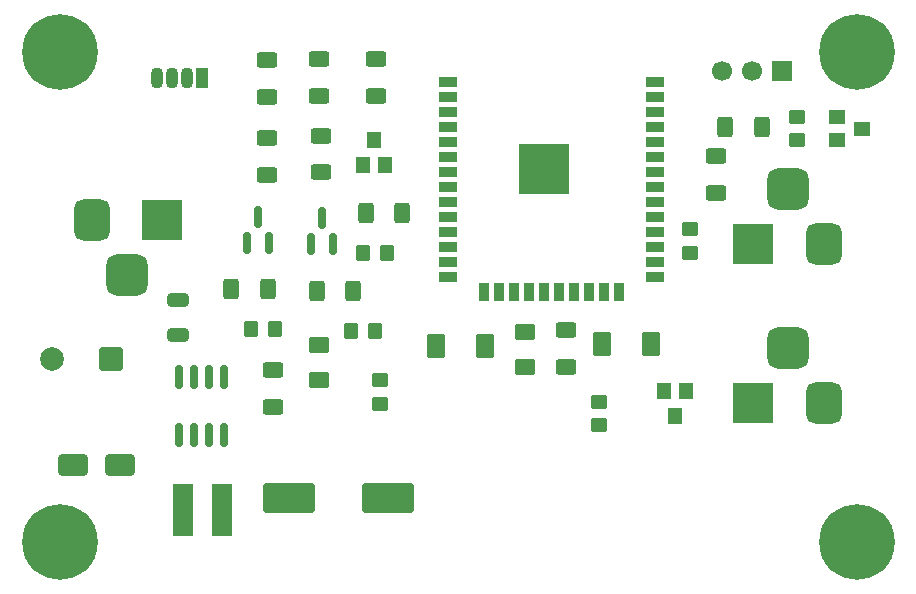
<source format=gbr>
%TF.GenerationSoftware,KiCad,Pcbnew,9.0.2*%
%TF.CreationDate,2025-11-11T23:34:30+02:00*%
%TF.ProjectId,Neon_2x1M_12V,4e656f6e-5f32-4783-914d-5f3132562e6b,REV1_1*%
%TF.SameCoordinates,Original*%
%TF.FileFunction,Soldermask,Top*%
%TF.FilePolarity,Negative*%
%FSLAX46Y46*%
G04 Gerber Fmt 4.6, Leading zero omitted, Abs format (unit mm)*
G04 Created by KiCad (PCBNEW 9.0.2) date 2025-11-11 23:34:30*
%MOMM*%
%LPD*%
G01*
G04 APERTURE LIST*
G04 Aperture macros list*
%AMRoundRect*
0 Rectangle with rounded corners*
0 $1 Rounding radius*
0 $2 $3 $4 $5 $6 $7 $8 $9 X,Y pos of 4 corners*
0 Add a 4 corners polygon primitive as box body*
4,1,4,$2,$3,$4,$5,$6,$7,$8,$9,$2,$3,0*
0 Add four circle primitives for the rounded corners*
1,1,$1+$1,$2,$3*
1,1,$1+$1,$4,$5*
1,1,$1+$1,$6,$7*
1,1,$1+$1,$8,$9*
0 Add four rect primitives between the rounded corners*
20,1,$1+$1,$2,$3,$4,$5,0*
20,1,$1+$1,$4,$5,$6,$7,0*
20,1,$1+$1,$6,$7,$8,$9,0*
20,1,$1+$1,$8,$9,$2,$3,0*%
G04 Aperture macros list end*
%ADD10RoundRect,0.250000X-0.350000X-0.450000X0.350000X-0.450000X0.350000X0.450000X-0.350000X0.450000X0*%
%ADD11RoundRect,0.250000X-0.400000X-0.625000X0.400000X-0.625000X0.400000X0.625000X-0.400000X0.625000X0*%
%ADD12R,1.752600X4.495800*%
%ADD13R,1.700000X1.700000*%
%ADD14C,1.700000*%
%ADD15RoundRect,0.150000X0.150000X-0.750000X0.150000X0.750000X-0.150000X0.750000X-0.150000X-0.750000X0*%
%ADD16RoundRect,0.250000X0.400000X0.625000X-0.400000X0.625000X-0.400000X-0.625000X0.400000X-0.625000X0*%
%ADD17C,0.800000*%
%ADD18C,6.400000*%
%ADD19RoundRect,0.250000X0.625000X-0.400000X0.625000X0.400000X-0.625000X0.400000X-0.625000X-0.400000X0*%
%ADD20RoundRect,0.150000X0.150000X-0.825000X0.150000X0.825000X-0.150000X0.825000X-0.150000X-0.825000X0*%
%ADD21RoundRect,0.250000X-0.650000X0.325000X-0.650000X-0.325000X0.650000X-0.325000X0.650000X0.325000X0*%
%ADD22RoundRect,0.250000X-0.625000X0.400000X-0.625000X-0.400000X0.625000X-0.400000X0.625000X0.400000X0*%
%ADD23RoundRect,0.250000X-1.950000X-1.000000X1.950000X-1.000000X1.950000X1.000000X-1.950000X1.000000X0*%
%ADD24RoundRect,0.250001X-0.624999X0.462499X-0.624999X-0.462499X0.624999X-0.462499X0.624999X0.462499X0*%
%ADD25RoundRect,0.102000X-0.508000X-0.600000X0.508000X-0.600000X0.508000X0.600000X-0.508000X0.600000X0*%
%ADD26R,1.070000X1.800000*%
%ADD27O,1.070000X1.800000*%
%ADD28R,3.500000X3.500000*%
%ADD29RoundRect,0.750000X0.750000X1.000000X-0.750000X1.000000X-0.750000X-1.000000X0.750000X-1.000000X0*%
%ADD30RoundRect,0.875000X0.875000X0.875000X-0.875000X0.875000X-0.875000X-0.875000X0.875000X-0.875000X0*%
%ADD31RoundRect,0.250000X1.000000X0.650000X-1.000000X0.650000X-1.000000X-0.650000X1.000000X-0.650000X0*%
%ADD32RoundRect,0.250000X-0.450000X0.350000X-0.450000X-0.350000X0.450000X-0.350000X0.450000X0.350000X0*%
%ADD33RoundRect,0.250001X0.624999X-0.462499X0.624999X0.462499X-0.624999X0.462499X-0.624999X-0.462499X0*%
%ADD34RoundRect,0.102000X0.508000X0.600000X-0.508000X0.600000X-0.508000X-0.600000X0.508000X-0.600000X0*%
%ADD35RoundRect,0.102000X0.675000X0.900000X-0.675000X0.900000X-0.675000X-0.900000X0.675000X-0.900000X0*%
%ADD36RoundRect,0.750000X-0.750000X-1.000000X0.750000X-1.000000X0.750000X1.000000X-0.750000X1.000000X0*%
%ADD37RoundRect,0.875000X-0.875000X-0.875000X0.875000X-0.875000X0.875000X0.875000X-0.875000X0.875000X0*%
%ADD38RoundRect,0.250000X0.750000X0.750000X-0.750000X0.750000X-0.750000X-0.750000X0.750000X-0.750000X0*%
%ADD39C,2.000000*%
%ADD40RoundRect,0.102000X-0.600000X0.508000X-0.600000X-0.508000X0.600000X-0.508000X0.600000X0.508000X0*%
%ADD41R,1.500000X0.900000*%
%ADD42R,0.900000X1.500000*%
%ADD43C,0.600000*%
%ADD44R,4.200000X4.200000*%
G04 APERTURE END LIST*
D10*
%TO.C,R17*%
X138700000Y-58600000D03*
X140700000Y-58600000D03*
%TD*%
D11*
%TO.C,R12*%
X128550000Y-55100000D03*
X131650000Y-55100000D03*
%TD*%
D12*
%TO.C,L1*%
X124474400Y-73800000D03*
X127725600Y-73800000D03*
%TD*%
D13*
%TO.C,J6*%
X175140000Y-36600000D03*
D14*
X172600000Y-36600000D03*
X170060000Y-36600000D03*
%TD*%
D15*
%TO.C,Q4*%
X135250000Y-51250000D03*
X137150000Y-51250000D03*
X136200000Y-49050000D03*
%TD*%
D16*
%TO.C,R5*%
X173450000Y-41400000D03*
X170350000Y-41400000D03*
%TD*%
D17*
%TO.C,H4*%
X111600000Y-76500000D03*
X112302944Y-74802944D03*
X112302944Y-78197056D03*
X114000000Y-74100000D03*
D18*
X114000000Y-76500000D03*
D17*
X114000000Y-78900000D03*
X115697056Y-74802944D03*
X115697056Y-78197056D03*
X116400000Y-76500000D03*
%TD*%
D19*
%TO.C,R2*%
X169600000Y-46950000D03*
X169600000Y-43850000D03*
%TD*%
D20*
%TO.C,U2*%
X124095000Y-67475000D03*
X125365000Y-67475000D03*
X126635000Y-67475000D03*
X127905000Y-67475000D03*
X127905000Y-62525000D03*
X126635000Y-62525000D03*
X125365000Y-62525000D03*
X124095000Y-62525000D03*
%TD*%
D21*
%TO.C,C1*%
X124000000Y-56025000D03*
X124000000Y-58975000D03*
%TD*%
D22*
%TO.C,R1*%
X132100000Y-61950000D03*
X132100000Y-65050000D03*
%TD*%
D23*
%TO.C,C3*%
X133400000Y-72800000D03*
X141800000Y-72800000D03*
%TD*%
D10*
%TO.C,R16*%
X139700000Y-52000000D03*
X141700000Y-52000000D03*
%TD*%
D24*
%TO.C,D5*%
X153400000Y-58712500D03*
X153400000Y-61687500D03*
%TD*%
D25*
%TO.C,Q3*%
X139650000Y-44610000D03*
X141550000Y-44610000D03*
X140600000Y-42490000D03*
%TD*%
D26*
%TO.C,D11*%
X126070000Y-37200000D03*
D27*
X124800000Y-37200000D03*
X123530000Y-37200000D03*
X122260000Y-37200000D03*
%TD*%
D17*
%TO.C,H2*%
X111600000Y-35000000D03*
X112302944Y-33302944D03*
X112302944Y-36697056D03*
X114000000Y-32600000D03*
D18*
X114000000Y-35000000D03*
D17*
X114000000Y-37400000D03*
X115697056Y-33302944D03*
X115697056Y-36697056D03*
X116400000Y-35000000D03*
%TD*%
D28*
%TO.C,J4*%
X172700000Y-64757500D03*
D29*
X178700000Y-64757500D03*
D30*
X175700000Y-60057500D03*
%TD*%
D22*
%TO.C,R19*%
X131600000Y-42300000D03*
X131600000Y-45400000D03*
%TD*%
D31*
%TO.C,D1*%
X119100000Y-70000000D03*
X115100000Y-70000000D03*
%TD*%
D11*
%TO.C,R11*%
X135750000Y-55250000D03*
X138850000Y-55250000D03*
%TD*%
D15*
%TO.C,Q5*%
X129850000Y-51150000D03*
X131750000Y-51150000D03*
X130800000Y-48950000D03*
%TD*%
D28*
%TO.C,J5*%
X172700000Y-51300000D03*
D29*
X178700000Y-51300000D03*
D30*
X175700000Y-46600000D03*
%TD*%
D22*
%TO.C,R9*%
X136100000Y-42100000D03*
X136100000Y-45200000D03*
%TD*%
D32*
%TO.C,R7*%
X141100000Y-62800000D03*
X141100000Y-64800000D03*
%TD*%
D22*
%TO.C,R14*%
X136000000Y-35600000D03*
X136000000Y-38700000D03*
%TD*%
D33*
%TO.C,D9*%
X136000000Y-62787500D03*
X136000000Y-59812500D03*
%TD*%
D32*
%TO.C,R6*%
X176400000Y-40500000D03*
X176400000Y-42500000D03*
%TD*%
D22*
%TO.C,R15*%
X131600000Y-35700000D03*
X131600000Y-38800000D03*
%TD*%
D10*
%TO.C,R18*%
X130200000Y-58500000D03*
X132200000Y-58500000D03*
%TD*%
D19*
%TO.C,R4*%
X156900000Y-61650000D03*
X156900000Y-58550000D03*
%TD*%
D34*
%TO.C,Q1*%
X167050000Y-63740000D03*
X165150000Y-63740000D03*
X166100000Y-65860000D03*
%TD*%
D22*
%TO.C,R13*%
X140800000Y-35600000D03*
X140800000Y-38700000D03*
%TD*%
D35*
%TO.C,SW2*%
X164075000Y-59700000D03*
X159925000Y-59700000D03*
%TD*%
D28*
%TO.C,J2*%
X122700000Y-49200000D03*
D36*
X116700000Y-49200000D03*
D37*
X119700000Y-53900000D03*
%TD*%
D32*
%TO.C,R8*%
X159700000Y-64600000D03*
X159700000Y-66600000D03*
%TD*%
D17*
%TO.C,H3*%
X179100000Y-76500000D03*
X179802944Y-74802944D03*
X179802944Y-78197056D03*
X181500000Y-74100000D03*
D18*
X181500000Y-76500000D03*
D17*
X181500000Y-78900000D03*
X183197056Y-74802944D03*
X183197056Y-78197056D03*
X183900000Y-76500000D03*
%TD*%
D11*
%TO.C,R10*%
X139900000Y-48650000D03*
X143000000Y-48650000D03*
%TD*%
D38*
%TO.C,C2*%
X118367677Y-61000000D03*
D39*
X113367677Y-61000000D03*
%TD*%
D40*
%TO.C,Q2*%
X179840000Y-40550000D03*
X179840000Y-42450000D03*
X181960000Y-41500000D03*
%TD*%
D35*
%TO.C,SW1*%
X149975000Y-59900000D03*
X145825000Y-59900000D03*
%TD*%
D17*
%TO.C,H1*%
X179100000Y-35000000D03*
X179802944Y-33302944D03*
X179802944Y-36697056D03*
X181500000Y-32600000D03*
D18*
X181500000Y-35000000D03*
D17*
X181500000Y-37400000D03*
X183197056Y-33302944D03*
X183197056Y-36697056D03*
X183900000Y-35000000D03*
%TD*%
D41*
%TO.C,U1*%
X146905000Y-37560000D03*
X146905000Y-38830000D03*
X146905000Y-40100000D03*
X146905000Y-41370000D03*
X146905000Y-42640000D03*
X146905000Y-43910000D03*
X146905000Y-45180000D03*
X146905000Y-46450000D03*
X146905000Y-47720000D03*
X146905000Y-48990000D03*
X146905000Y-50260000D03*
X146905000Y-51530000D03*
X146905000Y-52800000D03*
X146905000Y-54070000D03*
D42*
X149945000Y-55320000D03*
X151215000Y-55320000D03*
X152485000Y-55320000D03*
X153755000Y-55320000D03*
X155025000Y-55320000D03*
X156295000Y-55320000D03*
X157565000Y-55320000D03*
X158835000Y-55320000D03*
X160105000Y-55320000D03*
X161375000Y-55320000D03*
D41*
X164405000Y-54070000D03*
X164405000Y-52800000D03*
X164405000Y-51530000D03*
X164405000Y-50260000D03*
X164405000Y-48990000D03*
X164405000Y-47720000D03*
X164405000Y-46450000D03*
X164405000Y-45180000D03*
X164405000Y-43910000D03*
X164405000Y-42640000D03*
X164405000Y-41370000D03*
X164405000Y-40100000D03*
X164405000Y-38830000D03*
X164405000Y-37560000D03*
D43*
X153450000Y-44137500D03*
X153450000Y-45662500D03*
X154212500Y-43375000D03*
X154212500Y-44900000D03*
X154212500Y-46425000D03*
X154975000Y-44137500D03*
D44*
X154975000Y-44900000D03*
D43*
X154975000Y-45662500D03*
X155737500Y-43375000D03*
X155737500Y-44900000D03*
X155737500Y-46425000D03*
X156500000Y-44137500D03*
X156500000Y-45662500D03*
%TD*%
D32*
%TO.C,R3*%
X167400000Y-50000000D03*
X167400000Y-52000000D03*
%TD*%
M02*

</source>
